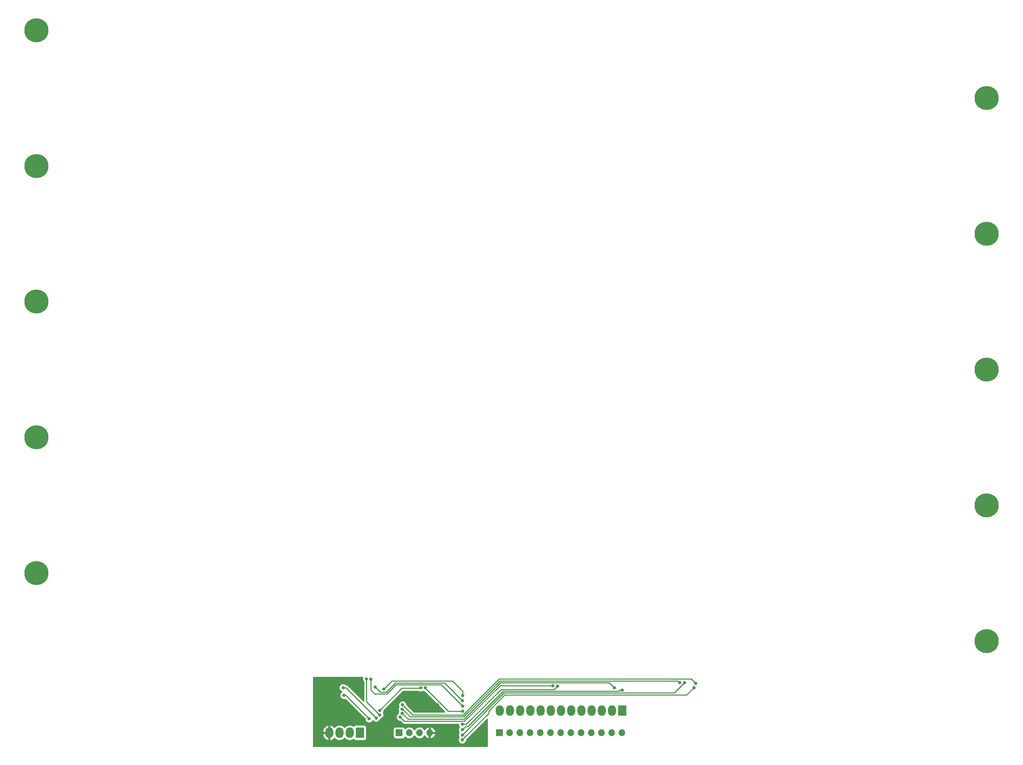
<source format=gbr>
G04 #@! TF.GenerationSoftware,KiCad,Pcbnew,(5.1.0-1152-gc9ccd8a64)*
G04 #@! TF.CreationDate,2019-07-22T10:45:47-04:00*
G04 #@! TF.ProjectId,pack,7061636b-2e6b-4696-9361-645f70636258,rev?*
G04 #@! TF.SameCoordinates,Original*
G04 #@! TF.FileFunction,Copper,L2,Bot*
G04 #@! TF.FilePolarity,Positive*
%FSLAX46Y46*%
G04 Gerber Fmt 4.6, Leading zero omitted, Abs format (unit mm)*
G04 Created by KiCad (PCBNEW (5.1.0-1152-gc9ccd8a64)) date 2019-07-22 10:45:47*
%MOMM*%
%LPD*%
G04 APERTURE LIST*
%ADD10C,6.000000*%
%ADD11R,1.700000X1.700000*%
%ADD12O,1.700000X1.700000*%
%ADD13R,2.000000X2.600000*%
%ADD14O,2.000000X2.600000*%
%ADD15C,0.800000*%
%ADD16C,0.250000*%
%ADD17C,0.254000*%
G04 APERTURE END LIST*
D10*
X241000000Y-59861000D03*
X241000000Y-93635000D03*
X241000000Y-127409000D03*
X241000000Y-161183000D03*
X241000000Y-26097000D03*
X4500000Y-110532000D03*
X4500000Y-76758000D03*
X4500000Y-42984000D03*
X4500000Y-9210000D03*
X4500000Y-144296000D03*
D11*
X94750000Y-184000000D03*
D12*
X97290000Y-184000000D03*
X99830000Y-184000000D03*
X102370000Y-184000000D03*
D13*
X150250000Y-178500000D03*
D14*
X147710000Y-178500000D03*
X145170000Y-178500000D03*
X142630000Y-178500000D03*
X140090000Y-178500000D03*
X137550000Y-178500000D03*
X135010000Y-178500000D03*
X132470000Y-178500000D03*
X129930000Y-178500000D03*
X127390000Y-178500000D03*
X124850000Y-178500000D03*
X122310000Y-178500000D03*
X119770000Y-178500000D03*
D13*
X85000000Y-184000000D03*
D14*
X82460000Y-184000000D03*
X79920000Y-184000000D03*
X77380000Y-184000000D03*
D12*
X150230000Y-184000000D03*
X147690000Y-184000000D03*
X145150000Y-184000000D03*
X142610000Y-184000000D03*
X140070000Y-184000000D03*
X137530000Y-184000000D03*
X134990000Y-184000000D03*
X132450000Y-184000000D03*
X129910000Y-184000000D03*
X127370000Y-184000000D03*
X124830000Y-184000000D03*
X122290000Y-184000000D03*
D11*
X119750000Y-184000000D03*
D15*
X150266400Y-173399179D03*
X87808800Y-184886600D03*
X87859600Y-183870600D03*
X100055338Y-177303590D03*
X90907527Y-173170579D03*
X88830421Y-172665767D03*
X133044556Y-172276610D03*
X134233660Y-172378210D03*
X148336000Y-172821600D03*
X102946200Y-177012600D03*
X104343200Y-177038000D03*
X165785800Y-171577000D03*
X168587135Y-171685935D03*
X168130640Y-172778840D03*
X164583960Y-171568960D03*
X89916000Y-179560472D03*
X89890600Y-178460400D03*
X86664800Y-170611800D03*
X87690211Y-170687768D03*
X100863400Y-176838065D03*
X110566200Y-178663600D03*
X110566200Y-177368200D03*
X110540800Y-176072800D03*
X110566200Y-174802800D03*
X110515400Y-181889400D03*
X110490000Y-183261000D03*
X95631000Y-177088800D03*
X95554800Y-179146200D03*
X95554800Y-178146187D03*
X95046800Y-180111400D03*
X89056279Y-180322334D03*
X87274400Y-180517800D03*
X100135384Y-172803957D03*
X101255100Y-172803957D03*
X81008857Y-174687390D03*
X80825040Y-172787367D03*
X115671600Y-185699400D03*
X115671600Y-186563000D03*
X110490000Y-184556400D03*
X110464600Y-185750200D03*
D16*
X133044556Y-172276610D02*
X126523347Y-172276610D01*
X86664800Y-176309272D02*
X86664800Y-171177485D01*
X86664800Y-171177485D02*
X86664800Y-170611800D01*
X89916000Y-179560472D02*
X86664800Y-176309272D01*
X110889999Y-182861001D02*
X110490000Y-183261000D01*
X111265801Y-182485199D02*
X110889999Y-182861001D01*
X149425716Y-173674178D02*
X120661022Y-173674178D01*
X111850001Y-182485199D02*
X111265801Y-182485199D01*
X149700715Y-173399179D02*
X149425716Y-173674178D01*
X150266400Y-173399179D02*
X149700715Y-173399179D01*
X120661022Y-173674178D02*
X111850001Y-182485199D01*
X111455200Y-181889400D02*
X110515400Y-181889400D01*
X120120433Y-173224167D02*
X111455200Y-181889400D01*
X134233660Y-172378210D02*
X133387703Y-173224167D01*
X133387703Y-173224167D02*
X120120433Y-173224167D01*
X119816168Y-171087211D02*
X110868179Y-180035200D01*
X126523347Y-172276610D02*
X119899590Y-172276610D01*
X119988190Y-171551600D02*
X110894990Y-180644800D01*
X168587135Y-171685935D02*
X167494001Y-170592801D01*
X110681779Y-179585189D02*
X98127389Y-179585189D01*
X167494001Y-170592801D02*
X119674167Y-170592801D01*
X110868179Y-180035200D02*
X97516804Y-180035200D01*
X119674167Y-170592801D02*
X110681779Y-179585189D01*
X96030999Y-177488799D02*
X95631000Y-177088800D01*
X98127389Y-179585189D02*
X96030999Y-177488799D01*
X164102211Y-171087211D02*
X119816168Y-171087211D01*
X164583960Y-171568960D02*
X164102211Y-171087211D01*
X95954799Y-179546199D02*
X95554800Y-179146200D01*
X97053400Y-180644800D02*
X95954799Y-179546199D01*
X110894990Y-180644800D02*
X97053400Y-180644800D01*
X147066000Y-171551600D02*
X119988190Y-171551600D01*
X95627791Y-178146187D02*
X95554800Y-178146187D01*
X148336000Y-172821600D02*
X147066000Y-171551600D01*
X97516804Y-180035200D02*
X95627791Y-178146187D01*
X119899590Y-172276610D02*
X111048800Y-181127400D01*
X111048800Y-181127400D02*
X96062800Y-181127400D01*
X96062800Y-181127400D02*
X95046800Y-180111400D01*
X106998273Y-178663600D02*
X101244063Y-172909390D01*
X87690211Y-173339011D02*
X88696800Y-174345600D01*
X101244063Y-172909390D02*
X101244063Y-172814994D01*
X101244063Y-172814994D02*
X101255100Y-172803957D01*
X87690211Y-170687768D02*
X87690211Y-173339011D01*
X93986044Y-172078956D02*
X105276956Y-172078956D01*
X89890600Y-178460400D02*
X95441610Y-172909390D01*
X110166201Y-176968201D02*
X110566200Y-177368200D01*
X105276956Y-172078956D02*
X110166201Y-176968201D01*
X91719400Y-174345600D02*
X93986044Y-172078956D01*
X110566200Y-178663600D02*
X106998273Y-178663600D01*
X95441610Y-172909390D02*
X100029951Y-172909390D01*
X88696800Y-174345600D02*
X91719400Y-174345600D01*
X100029951Y-172909390D02*
X100135384Y-172803957D01*
X81390725Y-172787367D02*
X80825040Y-172787367D01*
X89056279Y-180322334D02*
X81521312Y-172787367D01*
X81521312Y-172787367D02*
X81390725Y-172787367D01*
X81443990Y-174687390D02*
X81008857Y-174687390D01*
X87274400Y-180517800D02*
X81443990Y-174687390D01*
X110566200Y-173697634D02*
X110566200Y-174237115D01*
X108013766Y-171145200D02*
X110566200Y-173697634D01*
X92932906Y-171145200D02*
X108013766Y-171145200D01*
X90907527Y-173170579D02*
X92932906Y-171145200D01*
X106063211Y-171595211D02*
X110140801Y-175672801D01*
X110140801Y-175672801D02*
X110540800Y-176072800D01*
X93831115Y-171595211D02*
X106063211Y-171595211D01*
X91530737Y-173895589D02*
X93831115Y-171595211D01*
X90060243Y-173895589D02*
X91530737Y-173895589D01*
X110566200Y-174237115D02*
X110566200Y-174802800D01*
X88830421Y-172665767D02*
X90060243Y-173895589D01*
X110864599Y-185350201D02*
X110464600Y-185750200D01*
X110889999Y-184156401D02*
X110490000Y-184556400D01*
X168130640Y-172778840D02*
X166335280Y-174574200D01*
X166335280Y-174574200D02*
X121033820Y-174574200D01*
X121033820Y-174574200D02*
X117068600Y-178539420D01*
X117068600Y-178539420D02*
X117068600Y-179146200D01*
X117068600Y-179146200D02*
X110864599Y-185350201D01*
X165785800Y-171577000D02*
X163238611Y-174124189D01*
X120847421Y-174124189D02*
X116618589Y-178353021D01*
X163238611Y-174124189D02*
X120847421Y-174124189D01*
X116618589Y-178353021D02*
X116618589Y-178427811D01*
X116618589Y-178427811D02*
X110889999Y-184156401D01*
D17*
G36*
X85716149Y-170200913D02*
G01*
X85703461Y-170231543D01*
X85642127Y-170460443D01*
X85637800Y-170493313D01*
X85637800Y-170730287D01*
X85642127Y-170763157D01*
X85703461Y-170992057D01*
X85716149Y-171022687D01*
X85834636Y-171227913D01*
X85854818Y-171254216D01*
X85912801Y-171312199D01*
X85912800Y-176115366D01*
X81983060Y-172185626D01*
X81950913Y-172162271D01*
X81915444Y-172144199D01*
X81883241Y-172120802D01*
X81847836Y-172102762D01*
X81809981Y-172090463D01*
X81774512Y-172072390D01*
X81736722Y-172060111D01*
X81697399Y-172053883D01*
X81659547Y-172041584D01*
X81620301Y-172035368D01*
X81570508Y-172035368D01*
X81570496Y-172035367D01*
X81525438Y-172035367D01*
X81467456Y-171977385D01*
X81441153Y-171957203D01*
X81235927Y-171838716D01*
X81205297Y-171826028D01*
X80976397Y-171764694D01*
X80943527Y-171760367D01*
X80706553Y-171760367D01*
X80673683Y-171764694D01*
X80444783Y-171826028D01*
X80414153Y-171838716D01*
X80208927Y-171957203D01*
X80182624Y-171977385D01*
X80015058Y-172144951D01*
X79994876Y-172171254D01*
X79876389Y-172376480D01*
X79863701Y-172407110D01*
X79802367Y-172636010D01*
X79798040Y-172668880D01*
X79798040Y-172905854D01*
X79802367Y-172938724D01*
X79863701Y-173167624D01*
X79876389Y-173198254D01*
X79994876Y-173403480D01*
X80015058Y-173429783D01*
X80182624Y-173597349D01*
X80208927Y-173617531D01*
X80414153Y-173736018D01*
X80444783Y-173748706D01*
X80537620Y-173773582D01*
X80392744Y-173857226D01*
X80366441Y-173877408D01*
X80198875Y-174044974D01*
X80178693Y-174071277D01*
X80060206Y-174276503D01*
X80047518Y-174307133D01*
X79986184Y-174536033D01*
X79981857Y-174568903D01*
X79981857Y-174805877D01*
X79986184Y-174838747D01*
X80047518Y-175067647D01*
X80060206Y-175098277D01*
X80178693Y-175303503D01*
X80198875Y-175329806D01*
X80366441Y-175497372D01*
X80392744Y-175517554D01*
X80597970Y-175636041D01*
X80628600Y-175648729D01*
X80857500Y-175710063D01*
X80890370Y-175714390D01*
X81127344Y-175714390D01*
X81160214Y-175710063D01*
X81351830Y-175658719D01*
X86247400Y-180554290D01*
X86247400Y-180636287D01*
X86251727Y-180669157D01*
X86313061Y-180898057D01*
X86325749Y-180928687D01*
X86444236Y-181133913D01*
X86464418Y-181160216D01*
X86631984Y-181327782D01*
X86658287Y-181347964D01*
X86863513Y-181466451D01*
X86894143Y-181479139D01*
X87123043Y-181540473D01*
X87155913Y-181544800D01*
X87392887Y-181544800D01*
X87425757Y-181540473D01*
X87654657Y-181479139D01*
X87685287Y-181466451D01*
X87890513Y-181347964D01*
X87916816Y-181327782D01*
X88084382Y-181160216D01*
X88104564Y-181133913D01*
X88221766Y-180930913D01*
X88226115Y-180938447D01*
X88246297Y-180964750D01*
X88413863Y-181132316D01*
X88440166Y-181152498D01*
X88645392Y-181270985D01*
X88676022Y-181283673D01*
X88904922Y-181345007D01*
X88937792Y-181349334D01*
X89174766Y-181349334D01*
X89207636Y-181345007D01*
X89436536Y-181283673D01*
X89467166Y-181270985D01*
X89672392Y-181152498D01*
X89698695Y-181132316D01*
X89866261Y-180964750D01*
X89886443Y-180938447D01*
X90004930Y-180733221D01*
X90017618Y-180702591D01*
X90048975Y-180585565D01*
X90067357Y-180583145D01*
X90296257Y-180521811D01*
X90326887Y-180509123D01*
X90532113Y-180390636D01*
X90558416Y-180370454D01*
X90725982Y-180202888D01*
X90746164Y-180176585D01*
X90864651Y-179971359D01*
X90877339Y-179940729D01*
X90938673Y-179711829D01*
X90943000Y-179678959D01*
X90943000Y-179441985D01*
X90938673Y-179409115D01*
X90877339Y-179180215D01*
X90864651Y-179149585D01*
X90771614Y-178988439D01*
X90839251Y-178871287D01*
X90851939Y-178840657D01*
X90913273Y-178611757D01*
X90917600Y-178578887D01*
X90917600Y-178496889D01*
X95753100Y-173661390D01*
X99566502Y-173661390D01*
X99724497Y-173752608D01*
X99755127Y-173765296D01*
X99984027Y-173826630D01*
X100016897Y-173830957D01*
X100253871Y-173830957D01*
X100286741Y-173826630D01*
X100515641Y-173765296D01*
X100546271Y-173752608D01*
X100695242Y-173666600D01*
X100844213Y-173752608D01*
X100874843Y-173765296D01*
X101095644Y-173824460D01*
X106104372Y-178833189D01*
X98438878Y-178833189D01*
X96658000Y-177052311D01*
X96658000Y-176970313D01*
X96653673Y-176937443D01*
X96592339Y-176708543D01*
X96579651Y-176677913D01*
X96461164Y-176472687D01*
X96440982Y-176446384D01*
X96273416Y-176278818D01*
X96247113Y-176258636D01*
X96041887Y-176140149D01*
X96011257Y-176127461D01*
X95782357Y-176066127D01*
X95749487Y-176061800D01*
X95512513Y-176061800D01*
X95479643Y-176066127D01*
X95250743Y-176127461D01*
X95220113Y-176140149D01*
X95014887Y-176258636D01*
X94988584Y-176278818D01*
X94821018Y-176446384D01*
X94800836Y-176472687D01*
X94682349Y-176677913D01*
X94669661Y-176708543D01*
X94608327Y-176937443D01*
X94604000Y-176970313D01*
X94604000Y-177207287D01*
X94608327Y-177240157D01*
X94669661Y-177469057D01*
X94682349Y-177499687D01*
X94712265Y-177551502D01*
X94606149Y-177735300D01*
X94593461Y-177765930D01*
X94532127Y-177994830D01*
X94527800Y-178027700D01*
X94527800Y-178264674D01*
X94532127Y-178297544D01*
X94593461Y-178526444D01*
X94606149Y-178557074D01*
X94657602Y-178646194D01*
X94606149Y-178735313D01*
X94593461Y-178765943D01*
X94532127Y-178994843D01*
X94527800Y-179027713D01*
X94527800Y-179225168D01*
X94430687Y-179281236D01*
X94404384Y-179301418D01*
X94236818Y-179468984D01*
X94216636Y-179495287D01*
X94098149Y-179700513D01*
X94085461Y-179731143D01*
X94024127Y-179960043D01*
X94019800Y-179992913D01*
X94019800Y-180229887D01*
X94024127Y-180262757D01*
X94085461Y-180491657D01*
X94098149Y-180522287D01*
X94216636Y-180727513D01*
X94236818Y-180753816D01*
X94404384Y-180921382D01*
X94430687Y-180941564D01*
X94635913Y-181060051D01*
X94666543Y-181072739D01*
X94895443Y-181134073D01*
X94928313Y-181138400D01*
X95010312Y-181138400D01*
X95565833Y-181693922D01*
X95601052Y-181729141D01*
X95633198Y-181752496D01*
X95668666Y-181770568D01*
X95700871Y-181793966D01*
X95736275Y-181812005D01*
X95774133Y-181824305D01*
X95809600Y-181842377D01*
X95847390Y-181854655D01*
X95886707Y-181860882D01*
X95924565Y-181873183D01*
X95963810Y-181879399D01*
X96013604Y-181879399D01*
X96013616Y-181879400D01*
X109488400Y-181879400D01*
X109488400Y-182007887D01*
X109492727Y-182040757D01*
X109554061Y-182269657D01*
X109566749Y-182300287D01*
X109685236Y-182505513D01*
X109705418Y-182531816D01*
X109736102Y-182562500D01*
X109680018Y-182618584D01*
X109659836Y-182644887D01*
X109541349Y-182850113D01*
X109528661Y-182880743D01*
X109467327Y-183109643D01*
X109463000Y-183142513D01*
X109463000Y-183379487D01*
X109467327Y-183412357D01*
X109528661Y-183641257D01*
X109541349Y-183671887D01*
X109659836Y-183877113D01*
X109680018Y-183903416D01*
X109685302Y-183908700D01*
X109680018Y-183913984D01*
X109659836Y-183940287D01*
X109541349Y-184145513D01*
X109528661Y-184176143D01*
X109467327Y-184405043D01*
X109463000Y-184437913D01*
X109463000Y-184674887D01*
X109467327Y-184707757D01*
X109528661Y-184936657D01*
X109541349Y-184967287D01*
X109636270Y-185131696D01*
X109634436Y-185134087D01*
X109515949Y-185339313D01*
X109503261Y-185369943D01*
X109441927Y-185598843D01*
X109437600Y-185631713D01*
X109437600Y-185868687D01*
X109441927Y-185901557D01*
X109503261Y-186130457D01*
X109515949Y-186161087D01*
X109634436Y-186366313D01*
X109654618Y-186392616D01*
X109822184Y-186560182D01*
X109848487Y-186580364D01*
X110053713Y-186698851D01*
X110084343Y-186711539D01*
X110313243Y-186772873D01*
X110346113Y-186777200D01*
X110583087Y-186777200D01*
X110615957Y-186772873D01*
X110844857Y-186711539D01*
X110875487Y-186698851D01*
X111080713Y-186580364D01*
X111107016Y-186560182D01*
X111274582Y-186392616D01*
X111294764Y-186366313D01*
X111413251Y-186161087D01*
X111425939Y-186130457D01*
X111487273Y-185901557D01*
X111491600Y-185868687D01*
X111491600Y-185786689D01*
X116641600Y-180636689D01*
X116641600Y-187373000D01*
X73377000Y-187373000D01*
X73377000Y-184254000D01*
X75745000Y-184254000D01*
X75745000Y-184360961D01*
X75745409Y-184371146D01*
X75759966Y-184552069D01*
X75763223Y-184572178D01*
X75821107Y-184807840D01*
X75827537Y-184827169D01*
X75922354Y-185050545D01*
X75931792Y-185068598D01*
X76061104Y-185273941D01*
X76073306Y-185290251D01*
X76233784Y-185472279D01*
X76248437Y-185486430D01*
X76435954Y-185640458D01*
X76452681Y-185652084D01*
X76662411Y-185774150D01*
X76680782Y-185782952D01*
X76907331Y-185869916D01*
X76926873Y-185875667D01*
X77100029Y-185911841D01*
X77171362Y-185906147D01*
X77228293Y-185862792D01*
X77253000Y-185787525D01*
X77253000Y-184254000D01*
X77232839Y-184185339D01*
X77178758Y-184138477D01*
X77126000Y-184127000D01*
X75872000Y-184127000D01*
X75803339Y-184147161D01*
X75756477Y-184201242D01*
X75745000Y-184254000D01*
X73377000Y-184254000D01*
X73377000Y-183661173D01*
X75745000Y-183661173D01*
X75745000Y-183746000D01*
X75765161Y-183814661D01*
X75819242Y-183861523D01*
X75872000Y-183873000D01*
X77126000Y-183873000D01*
X77194661Y-183852839D01*
X77241523Y-183798758D01*
X77253000Y-183746000D01*
X77253000Y-182212475D01*
X77507000Y-182212475D01*
X77507000Y-185788704D01*
X77527161Y-185857365D01*
X77581242Y-185904227D01*
X77648598Y-185914862D01*
X77688455Y-185910250D01*
X77708436Y-185906294D01*
X77941934Y-185840221D01*
X77961028Y-185833120D01*
X78180959Y-185730564D01*
X78198671Y-185720502D01*
X78399376Y-185584103D01*
X78415251Y-185571339D01*
X78591568Y-185404606D01*
X78605199Y-185389467D01*
X78653730Y-185325991D01*
X78799564Y-185486262D01*
X78814785Y-185500457D01*
X79008356Y-185653330D01*
X79025691Y-185664847D01*
X79241631Y-185784052D01*
X79260614Y-185792583D01*
X79493124Y-185874920D01*
X79513247Y-185880237D01*
X79756083Y-185923492D01*
X79776802Y-185925451D01*
X80023440Y-185928465D01*
X80044202Y-185927013D01*
X80288022Y-185889703D01*
X80308268Y-185884879D01*
X80542720Y-185808248D01*
X80561906Y-185800183D01*
X80780694Y-185686289D01*
X80798305Y-185675199D01*
X80995554Y-185527101D01*
X81011118Y-185513283D01*
X81181530Y-185334957D01*
X81191116Y-185323119D01*
X81339564Y-185486262D01*
X81354785Y-185500457D01*
X81548356Y-185653330D01*
X81565691Y-185664847D01*
X81781631Y-185784052D01*
X81800614Y-185792583D01*
X82033124Y-185874920D01*
X82053247Y-185880237D01*
X82296083Y-185923492D01*
X82316802Y-185925451D01*
X82563440Y-185928465D01*
X82584202Y-185927013D01*
X82828022Y-185889703D01*
X82848268Y-185884879D01*
X83082720Y-185808248D01*
X83101906Y-185800183D01*
X83320694Y-185686289D01*
X83338305Y-185675199D01*
X83442835Y-185596716D01*
X83463020Y-185635491D01*
X83576360Y-185770565D01*
X83610148Y-185798916D01*
X83762852Y-185887079D01*
X83804299Y-185902165D01*
X83977947Y-185932784D01*
X84000000Y-185934713D01*
X86000000Y-185934713D01*
X86032870Y-185930386D01*
X86286727Y-185862365D01*
X86335491Y-185836980D01*
X86470565Y-185723640D01*
X86498916Y-185689852D01*
X86587079Y-185537148D01*
X86602165Y-185495701D01*
X86632784Y-185322053D01*
X86634713Y-185300000D01*
X86634713Y-183150000D01*
X93265287Y-183150000D01*
X93265287Y-184850000D01*
X93269614Y-184882870D01*
X93337635Y-185136727D01*
X93363020Y-185185491D01*
X93476360Y-185320565D01*
X93510148Y-185348916D01*
X93662852Y-185437079D01*
X93704299Y-185452165D01*
X93877947Y-185482784D01*
X93900000Y-185484713D01*
X95600000Y-185484713D01*
X95632870Y-185480386D01*
X95886727Y-185412365D01*
X95935491Y-185386980D01*
X96070565Y-185273640D01*
X96098916Y-185239852D01*
X96187079Y-185087148D01*
X96202165Y-185045701D01*
X96208872Y-185007665D01*
X96329120Y-185127913D01*
X96346079Y-185142142D01*
X96539578Y-185277632D01*
X96558750Y-185288701D01*
X96772837Y-185388531D01*
X96793639Y-185396103D01*
X97021810Y-185457241D01*
X97043611Y-185461085D01*
X97219998Y-185476517D01*
X97231067Y-185477000D01*
X97348933Y-185477000D01*
X97360002Y-185476517D01*
X97536389Y-185461085D01*
X97558190Y-185457241D01*
X97786361Y-185396103D01*
X97807163Y-185388531D01*
X98021250Y-185288701D01*
X98040422Y-185277632D01*
X98233921Y-185142142D01*
X98250880Y-185127913D01*
X98417913Y-184960880D01*
X98432142Y-184943921D01*
X98560000Y-184761322D01*
X98687858Y-184943921D01*
X98702087Y-184960880D01*
X98869120Y-185127913D01*
X98886079Y-185142142D01*
X99079578Y-185277632D01*
X99098750Y-185288701D01*
X99312837Y-185388531D01*
X99333639Y-185396103D01*
X99561810Y-185457241D01*
X99583611Y-185461085D01*
X99759998Y-185476517D01*
X99771067Y-185477000D01*
X99888933Y-185477000D01*
X99900002Y-185476517D01*
X100076389Y-185461085D01*
X100098190Y-185457241D01*
X100326361Y-185396103D01*
X100347163Y-185388531D01*
X100561250Y-185288701D01*
X100580422Y-185277632D01*
X100773921Y-185142142D01*
X100790880Y-185127913D01*
X100957913Y-184960880D01*
X100972142Y-184943921D01*
X101097282Y-184765204D01*
X101160209Y-184868905D01*
X101172862Y-184886257D01*
X101323906Y-185060320D01*
X101339302Y-185075292D01*
X101517515Y-185221417D01*
X101535213Y-185233580D01*
X101735498Y-185347589D01*
X101754993Y-185356597D01*
X101971624Y-185435230D01*
X101998269Y-185441750D01*
X102099313Y-185455143D01*
X102170028Y-185444179D01*
X102223589Y-185396724D01*
X102243000Y-185329244D01*
X102243000Y-184254000D01*
X102497000Y-184254000D01*
X102497000Y-185337100D01*
X102517161Y-185405761D01*
X102571242Y-185452623D01*
X102655905Y-185460027D01*
X102854610Y-185408454D01*
X102874866Y-185401321D01*
X103084992Y-185306666D01*
X103103757Y-185296222D01*
X103294930Y-185167517D01*
X103311666Y-185154060D01*
X103478420Y-184994984D01*
X103492650Y-184978901D01*
X103630218Y-184794003D01*
X103641534Y-184775751D01*
X103745982Y-184570317D01*
X103754062Y-184550420D01*
X103822403Y-184330326D01*
X103827014Y-184309353D01*
X103832139Y-184270688D01*
X103821175Y-184199973D01*
X103773720Y-184146411D01*
X103706240Y-184127000D01*
X102624000Y-184127000D01*
X102555339Y-184147161D01*
X102508477Y-184201242D01*
X102497000Y-184254000D01*
X102243000Y-184254000D01*
X102243000Y-182670756D01*
X102497000Y-182670756D01*
X102497000Y-183746000D01*
X102517161Y-183814661D01*
X102571242Y-183861523D01*
X102624000Y-183873000D01*
X103704306Y-183873000D01*
X103772967Y-183852839D01*
X103819829Y-183798758D01*
X103828599Y-183719921D01*
X103799718Y-183582275D01*
X103793547Y-183561705D01*
X103708896Y-183347354D01*
X103699348Y-183328119D01*
X103579791Y-183131095D01*
X103567138Y-183113743D01*
X103416094Y-182939680D01*
X103400698Y-182924708D01*
X103222485Y-182778583D01*
X103204787Y-182766420D01*
X103004502Y-182652411D01*
X102985007Y-182643403D01*
X102768376Y-182564770D01*
X102741731Y-182558250D01*
X102640687Y-182544857D01*
X102569972Y-182555821D01*
X102516411Y-182603276D01*
X102497000Y-182670756D01*
X102243000Y-182670756D01*
X102243000Y-182662900D01*
X102222839Y-182594239D01*
X102168758Y-182547377D01*
X102084095Y-182539973D01*
X101885390Y-182591546D01*
X101865134Y-182598679D01*
X101655008Y-182693334D01*
X101636243Y-182703778D01*
X101445070Y-182832483D01*
X101428334Y-182845940D01*
X101261580Y-183005016D01*
X101247350Y-183021099D01*
X101109782Y-183205997D01*
X101098466Y-183224249D01*
X101094861Y-183231339D01*
X100972142Y-183056079D01*
X100957913Y-183039120D01*
X100790880Y-182872087D01*
X100773921Y-182857858D01*
X100580422Y-182722368D01*
X100561250Y-182711299D01*
X100347163Y-182611469D01*
X100326361Y-182603897D01*
X100098190Y-182542759D01*
X100076389Y-182538915D01*
X99900002Y-182523483D01*
X99888933Y-182523000D01*
X99771067Y-182523000D01*
X99759998Y-182523483D01*
X99583611Y-182538915D01*
X99561810Y-182542759D01*
X99333639Y-182603897D01*
X99312837Y-182611469D01*
X99098750Y-182711299D01*
X99079578Y-182722368D01*
X98886079Y-182857858D01*
X98869120Y-182872087D01*
X98702087Y-183039120D01*
X98687858Y-183056079D01*
X98560000Y-183238678D01*
X98432142Y-183056079D01*
X98417913Y-183039120D01*
X98250880Y-182872087D01*
X98233921Y-182857858D01*
X98040422Y-182722368D01*
X98021250Y-182711299D01*
X97807163Y-182611469D01*
X97786361Y-182603897D01*
X97558190Y-182542759D01*
X97536389Y-182538915D01*
X97360002Y-182523483D01*
X97348933Y-182523000D01*
X97231067Y-182523000D01*
X97219998Y-182523483D01*
X97043611Y-182538915D01*
X97021810Y-182542759D01*
X96793639Y-182603897D01*
X96772837Y-182611469D01*
X96558750Y-182711299D01*
X96539578Y-182722368D01*
X96346079Y-182857858D01*
X96329120Y-182872087D01*
X96199467Y-183001740D01*
X96162365Y-182863274D01*
X96136980Y-182814511D01*
X96023640Y-182679436D01*
X95989852Y-182651084D01*
X95837148Y-182562921D01*
X95795701Y-182547835D01*
X95622053Y-182517216D01*
X95600000Y-182515287D01*
X93900000Y-182515287D01*
X93867130Y-182519614D01*
X93613274Y-182587635D01*
X93564511Y-182613020D01*
X93429436Y-182726360D01*
X93401084Y-182760148D01*
X93312921Y-182912852D01*
X93297835Y-182954299D01*
X93267216Y-183127947D01*
X93265287Y-183150000D01*
X86634713Y-183150000D01*
X86634713Y-182700000D01*
X86630386Y-182667130D01*
X86562365Y-182413274D01*
X86536980Y-182364511D01*
X86423640Y-182229436D01*
X86389852Y-182201084D01*
X86237148Y-182112921D01*
X86195701Y-182097835D01*
X86022053Y-182067216D01*
X86000000Y-182065287D01*
X84000000Y-182065287D01*
X83967130Y-182069614D01*
X83713274Y-182137635D01*
X83664511Y-182163020D01*
X83529436Y-182276360D01*
X83501084Y-182310148D01*
X83446065Y-182405444D01*
X83371644Y-182346670D01*
X83354309Y-182335153D01*
X83138369Y-182215948D01*
X83119386Y-182207417D01*
X82886876Y-182125080D01*
X82866753Y-182119763D01*
X82623917Y-182076508D01*
X82603198Y-182074549D01*
X82356560Y-182071535D01*
X82335798Y-182072987D01*
X82091978Y-182110297D01*
X82071732Y-182115121D01*
X81837280Y-182191752D01*
X81818094Y-182199817D01*
X81599306Y-182313711D01*
X81581695Y-182324801D01*
X81384446Y-182472899D01*
X81368882Y-182486717D01*
X81198470Y-182665043D01*
X81188885Y-182676880D01*
X81040436Y-182513737D01*
X81025215Y-182499543D01*
X80831644Y-182346670D01*
X80814309Y-182335153D01*
X80598369Y-182215948D01*
X80579386Y-182207417D01*
X80346876Y-182125080D01*
X80326753Y-182119763D01*
X80083917Y-182076508D01*
X80063198Y-182074549D01*
X79816560Y-182071535D01*
X79795798Y-182072987D01*
X79551978Y-182110297D01*
X79531732Y-182115121D01*
X79297280Y-182191752D01*
X79278094Y-182199817D01*
X79059306Y-182313711D01*
X79041695Y-182324801D01*
X78844446Y-182472899D01*
X78828882Y-182486717D01*
X78658470Y-182665043D01*
X78653113Y-182671658D01*
X78526216Y-182527721D01*
X78511563Y-182513570D01*
X78324046Y-182359542D01*
X78307319Y-182347916D01*
X78097589Y-182225850D01*
X78079218Y-182217048D01*
X77852669Y-182130084D01*
X77833127Y-182124333D01*
X77659971Y-182088159D01*
X77588638Y-182093853D01*
X77531707Y-182137208D01*
X77507000Y-182212475D01*
X77253000Y-182212475D01*
X77253000Y-182211296D01*
X77232839Y-182142635D01*
X77178758Y-182095773D01*
X77111402Y-182085138D01*
X77071545Y-182089750D01*
X77051564Y-182093706D01*
X76818066Y-182159779D01*
X76798972Y-182166880D01*
X76579041Y-182269436D01*
X76561329Y-182279498D01*
X76360624Y-182415897D01*
X76344749Y-182428661D01*
X76168432Y-182595394D01*
X76154801Y-182610533D01*
X76007412Y-182803311D01*
X75996378Y-182820433D01*
X75881705Y-183034296D01*
X75873549Y-183052963D01*
X75794545Y-183282409D01*
X75788627Y-183307839D01*
X75746001Y-183645256D01*
X75745000Y-183661173D01*
X73377000Y-183661173D01*
X73377000Y-170200871D01*
X85730584Y-170175912D01*
X85716149Y-170200913D01*
X85716149Y-170200913D01*
G37*
X85716149Y-170200913D02*
X85703461Y-170231543D01*
X85642127Y-170460443D01*
X85637800Y-170493313D01*
X85637800Y-170730287D01*
X85642127Y-170763157D01*
X85703461Y-170992057D01*
X85716149Y-171022687D01*
X85834636Y-171227913D01*
X85854818Y-171254216D01*
X85912801Y-171312199D01*
X85912800Y-176115366D01*
X81983060Y-172185626D01*
X81950913Y-172162271D01*
X81915444Y-172144199D01*
X81883241Y-172120802D01*
X81847836Y-172102762D01*
X81809981Y-172090463D01*
X81774512Y-172072390D01*
X81736722Y-172060111D01*
X81697399Y-172053883D01*
X81659547Y-172041584D01*
X81620301Y-172035368D01*
X81570508Y-172035368D01*
X81570496Y-172035367D01*
X81525438Y-172035367D01*
X81467456Y-171977385D01*
X81441153Y-171957203D01*
X81235927Y-171838716D01*
X81205297Y-171826028D01*
X80976397Y-171764694D01*
X80943527Y-171760367D01*
X80706553Y-171760367D01*
X80673683Y-171764694D01*
X80444783Y-171826028D01*
X80414153Y-171838716D01*
X80208927Y-171957203D01*
X80182624Y-171977385D01*
X80015058Y-172144951D01*
X79994876Y-172171254D01*
X79876389Y-172376480D01*
X79863701Y-172407110D01*
X79802367Y-172636010D01*
X79798040Y-172668880D01*
X79798040Y-172905854D01*
X79802367Y-172938724D01*
X79863701Y-173167624D01*
X79876389Y-173198254D01*
X79994876Y-173403480D01*
X80015058Y-173429783D01*
X80182624Y-173597349D01*
X80208927Y-173617531D01*
X80414153Y-173736018D01*
X80444783Y-173748706D01*
X80537620Y-173773582D01*
X80392744Y-173857226D01*
X80366441Y-173877408D01*
X80198875Y-174044974D01*
X80178693Y-174071277D01*
X80060206Y-174276503D01*
X80047518Y-174307133D01*
X79986184Y-174536033D01*
X79981857Y-174568903D01*
X79981857Y-174805877D01*
X79986184Y-174838747D01*
X80047518Y-175067647D01*
X80060206Y-175098277D01*
X80178693Y-175303503D01*
X80198875Y-175329806D01*
X80366441Y-175497372D01*
X80392744Y-175517554D01*
X80597970Y-175636041D01*
X80628600Y-175648729D01*
X80857500Y-175710063D01*
X80890370Y-175714390D01*
X81127344Y-175714390D01*
X81160214Y-175710063D01*
X81351830Y-175658719D01*
X86247400Y-180554290D01*
X86247400Y-180636287D01*
X86251727Y-180669157D01*
X86313061Y-180898057D01*
X86325749Y-180928687D01*
X86444236Y-181133913D01*
X86464418Y-181160216D01*
X86631984Y-181327782D01*
X86658287Y-181347964D01*
X86863513Y-181466451D01*
X86894143Y-181479139D01*
X87123043Y-181540473D01*
X87155913Y-181544800D01*
X87392887Y-181544800D01*
X87425757Y-181540473D01*
X87654657Y-181479139D01*
X87685287Y-181466451D01*
X87890513Y-181347964D01*
X87916816Y-181327782D01*
X88084382Y-181160216D01*
X88104564Y-181133913D01*
X88221766Y-180930913D01*
X88226115Y-180938447D01*
X88246297Y-180964750D01*
X88413863Y-181132316D01*
X88440166Y-181152498D01*
X88645392Y-181270985D01*
X88676022Y-181283673D01*
X88904922Y-181345007D01*
X88937792Y-181349334D01*
X89174766Y-181349334D01*
X89207636Y-181345007D01*
X89436536Y-181283673D01*
X89467166Y-181270985D01*
X89672392Y-181152498D01*
X89698695Y-181132316D01*
X89866261Y-180964750D01*
X89886443Y-180938447D01*
X90004930Y-180733221D01*
X90017618Y-180702591D01*
X90048975Y-180585565D01*
X90067357Y-180583145D01*
X90296257Y-180521811D01*
X90326887Y-180509123D01*
X90532113Y-180390636D01*
X90558416Y-180370454D01*
X90725982Y-180202888D01*
X90746164Y-180176585D01*
X90864651Y-179971359D01*
X90877339Y-179940729D01*
X90938673Y-179711829D01*
X90943000Y-179678959D01*
X90943000Y-179441985D01*
X90938673Y-179409115D01*
X90877339Y-179180215D01*
X90864651Y-179149585D01*
X90771614Y-178988439D01*
X90839251Y-178871287D01*
X90851939Y-178840657D01*
X90913273Y-178611757D01*
X90917600Y-178578887D01*
X90917600Y-178496889D01*
X95753100Y-173661390D01*
X99566502Y-173661390D01*
X99724497Y-173752608D01*
X99755127Y-173765296D01*
X99984027Y-173826630D01*
X100016897Y-173830957D01*
X100253871Y-173830957D01*
X100286741Y-173826630D01*
X100515641Y-173765296D01*
X100546271Y-173752608D01*
X100695242Y-173666600D01*
X100844213Y-173752608D01*
X100874843Y-173765296D01*
X101095644Y-173824460D01*
X106104372Y-178833189D01*
X98438878Y-178833189D01*
X96658000Y-177052311D01*
X96658000Y-176970313D01*
X96653673Y-176937443D01*
X96592339Y-176708543D01*
X96579651Y-176677913D01*
X96461164Y-176472687D01*
X96440982Y-176446384D01*
X96273416Y-176278818D01*
X96247113Y-176258636D01*
X96041887Y-176140149D01*
X96011257Y-176127461D01*
X95782357Y-176066127D01*
X95749487Y-176061800D01*
X95512513Y-176061800D01*
X95479643Y-176066127D01*
X95250743Y-176127461D01*
X95220113Y-176140149D01*
X95014887Y-176258636D01*
X94988584Y-176278818D01*
X94821018Y-176446384D01*
X94800836Y-176472687D01*
X94682349Y-176677913D01*
X94669661Y-176708543D01*
X94608327Y-176937443D01*
X94604000Y-176970313D01*
X94604000Y-177207287D01*
X94608327Y-177240157D01*
X94669661Y-177469057D01*
X94682349Y-177499687D01*
X94712265Y-177551502D01*
X94606149Y-177735300D01*
X94593461Y-177765930D01*
X94532127Y-177994830D01*
X94527800Y-178027700D01*
X94527800Y-178264674D01*
X94532127Y-178297544D01*
X94593461Y-178526444D01*
X94606149Y-178557074D01*
X94657602Y-178646194D01*
X94606149Y-178735313D01*
X94593461Y-178765943D01*
X94532127Y-178994843D01*
X94527800Y-179027713D01*
X94527800Y-179225168D01*
X94430687Y-179281236D01*
X94404384Y-179301418D01*
X94236818Y-179468984D01*
X94216636Y-179495287D01*
X94098149Y-179700513D01*
X94085461Y-179731143D01*
X94024127Y-179960043D01*
X94019800Y-179992913D01*
X94019800Y-180229887D01*
X94024127Y-180262757D01*
X94085461Y-180491657D01*
X94098149Y-180522287D01*
X94216636Y-180727513D01*
X94236818Y-180753816D01*
X94404384Y-180921382D01*
X94430687Y-180941564D01*
X94635913Y-181060051D01*
X94666543Y-181072739D01*
X94895443Y-181134073D01*
X94928313Y-181138400D01*
X95010312Y-181138400D01*
X95565833Y-181693922D01*
X95601052Y-181729141D01*
X95633198Y-181752496D01*
X95668666Y-181770568D01*
X95700871Y-181793966D01*
X95736275Y-181812005D01*
X95774133Y-181824305D01*
X95809600Y-181842377D01*
X95847390Y-181854655D01*
X95886707Y-181860882D01*
X95924565Y-181873183D01*
X95963810Y-181879399D01*
X96013604Y-181879399D01*
X96013616Y-181879400D01*
X109488400Y-181879400D01*
X109488400Y-182007887D01*
X109492727Y-182040757D01*
X109554061Y-182269657D01*
X109566749Y-182300287D01*
X109685236Y-182505513D01*
X109705418Y-182531816D01*
X109736102Y-182562500D01*
X109680018Y-182618584D01*
X109659836Y-182644887D01*
X109541349Y-182850113D01*
X109528661Y-182880743D01*
X109467327Y-183109643D01*
X109463000Y-183142513D01*
X109463000Y-183379487D01*
X109467327Y-183412357D01*
X109528661Y-183641257D01*
X109541349Y-183671887D01*
X109659836Y-183877113D01*
X109680018Y-183903416D01*
X109685302Y-183908700D01*
X109680018Y-183913984D01*
X109659836Y-183940287D01*
X109541349Y-184145513D01*
X109528661Y-184176143D01*
X109467327Y-184405043D01*
X109463000Y-184437913D01*
X109463000Y-184674887D01*
X109467327Y-184707757D01*
X109528661Y-184936657D01*
X109541349Y-184967287D01*
X109636270Y-185131696D01*
X109634436Y-185134087D01*
X109515949Y-185339313D01*
X109503261Y-185369943D01*
X109441927Y-185598843D01*
X109437600Y-185631713D01*
X109437600Y-185868687D01*
X109441927Y-185901557D01*
X109503261Y-186130457D01*
X109515949Y-186161087D01*
X109634436Y-186366313D01*
X109654618Y-186392616D01*
X109822184Y-186560182D01*
X109848487Y-186580364D01*
X110053713Y-186698851D01*
X110084343Y-186711539D01*
X110313243Y-186772873D01*
X110346113Y-186777200D01*
X110583087Y-186777200D01*
X110615957Y-186772873D01*
X110844857Y-186711539D01*
X110875487Y-186698851D01*
X111080713Y-186580364D01*
X111107016Y-186560182D01*
X111274582Y-186392616D01*
X111294764Y-186366313D01*
X111413251Y-186161087D01*
X111425939Y-186130457D01*
X111487273Y-185901557D01*
X111491600Y-185868687D01*
X111491600Y-185786689D01*
X116641600Y-180636689D01*
X116641600Y-187373000D01*
X73377000Y-187373000D01*
X73377000Y-184254000D01*
X75745000Y-184254000D01*
X75745000Y-184360961D01*
X75745409Y-184371146D01*
X75759966Y-184552069D01*
X75763223Y-184572178D01*
X75821107Y-184807840D01*
X75827537Y-184827169D01*
X75922354Y-185050545D01*
X75931792Y-185068598D01*
X76061104Y-185273941D01*
X76073306Y-185290251D01*
X76233784Y-185472279D01*
X76248437Y-185486430D01*
X76435954Y-185640458D01*
X76452681Y-185652084D01*
X76662411Y-185774150D01*
X76680782Y-185782952D01*
X76907331Y-185869916D01*
X76926873Y-185875667D01*
X77100029Y-185911841D01*
X77171362Y-185906147D01*
X77228293Y-185862792D01*
X77253000Y-185787525D01*
X77253000Y-184254000D01*
X77232839Y-184185339D01*
X77178758Y-184138477D01*
X77126000Y-184127000D01*
X75872000Y-184127000D01*
X75803339Y-184147161D01*
X75756477Y-184201242D01*
X75745000Y-184254000D01*
X73377000Y-184254000D01*
X73377000Y-183661173D01*
X75745000Y-183661173D01*
X75745000Y-183746000D01*
X75765161Y-183814661D01*
X75819242Y-183861523D01*
X75872000Y-183873000D01*
X77126000Y-183873000D01*
X77194661Y-183852839D01*
X77241523Y-183798758D01*
X77253000Y-183746000D01*
X77253000Y-182212475D01*
X77507000Y-182212475D01*
X77507000Y-185788704D01*
X77527161Y-185857365D01*
X77581242Y-185904227D01*
X77648598Y-185914862D01*
X77688455Y-185910250D01*
X77708436Y-185906294D01*
X77941934Y-185840221D01*
X77961028Y-185833120D01*
X78180959Y-185730564D01*
X78198671Y-185720502D01*
X78399376Y-185584103D01*
X78415251Y-185571339D01*
X78591568Y-185404606D01*
X78605199Y-185389467D01*
X78653730Y-185325991D01*
X78799564Y-185486262D01*
X78814785Y-185500457D01*
X79008356Y-185653330D01*
X79025691Y-185664847D01*
X79241631Y-185784052D01*
X79260614Y-185792583D01*
X79493124Y-185874920D01*
X79513247Y-185880237D01*
X79756083Y-185923492D01*
X79776802Y-185925451D01*
X80023440Y-185928465D01*
X80044202Y-185927013D01*
X80288022Y-185889703D01*
X80308268Y-185884879D01*
X80542720Y-185808248D01*
X80561906Y-185800183D01*
X80780694Y-185686289D01*
X80798305Y-185675199D01*
X80995554Y-185527101D01*
X81011118Y-185513283D01*
X81181530Y-185334957D01*
X81191116Y-185323119D01*
X81339564Y-185486262D01*
X81354785Y-185500457D01*
X81548356Y-185653330D01*
X81565691Y-185664847D01*
X81781631Y-185784052D01*
X81800614Y-185792583D01*
X82033124Y-185874920D01*
X82053247Y-185880237D01*
X82296083Y-185923492D01*
X82316802Y-185925451D01*
X82563440Y-185928465D01*
X82584202Y-185927013D01*
X82828022Y-185889703D01*
X82848268Y-185884879D01*
X83082720Y-185808248D01*
X83101906Y-185800183D01*
X83320694Y-185686289D01*
X83338305Y-185675199D01*
X83442835Y-185596716D01*
X83463020Y-185635491D01*
X83576360Y-185770565D01*
X83610148Y-185798916D01*
X83762852Y-185887079D01*
X83804299Y-185902165D01*
X83977947Y-185932784D01*
X84000000Y-185934713D01*
X86000000Y-185934713D01*
X86032870Y-185930386D01*
X86286727Y-185862365D01*
X86335491Y-185836980D01*
X86470565Y-185723640D01*
X86498916Y-185689852D01*
X86587079Y-185537148D01*
X86602165Y-185495701D01*
X86632784Y-185322053D01*
X86634713Y-185300000D01*
X86634713Y-183150000D01*
X93265287Y-183150000D01*
X93265287Y-184850000D01*
X93269614Y-184882870D01*
X93337635Y-185136727D01*
X93363020Y-185185491D01*
X93476360Y-185320565D01*
X93510148Y-185348916D01*
X93662852Y-185437079D01*
X93704299Y-185452165D01*
X93877947Y-185482784D01*
X93900000Y-185484713D01*
X95600000Y-185484713D01*
X95632870Y-185480386D01*
X95886727Y-185412365D01*
X95935491Y-185386980D01*
X96070565Y-185273640D01*
X96098916Y-185239852D01*
X96187079Y-185087148D01*
X96202165Y-185045701D01*
X96208872Y-185007665D01*
X96329120Y-185127913D01*
X96346079Y-185142142D01*
X96539578Y-185277632D01*
X96558750Y-185288701D01*
X96772837Y-185388531D01*
X96793639Y-185396103D01*
X97021810Y-185457241D01*
X97043611Y-185461085D01*
X97219998Y-185476517D01*
X97231067Y-185477000D01*
X97348933Y-185477000D01*
X97360002Y-185476517D01*
X97536389Y-185461085D01*
X97558190Y-185457241D01*
X97786361Y-185396103D01*
X97807163Y-185388531D01*
X98021250Y-185288701D01*
X98040422Y-185277632D01*
X98233921Y-185142142D01*
X98250880Y-185127913D01*
X98417913Y-184960880D01*
X98432142Y-184943921D01*
X98560000Y-184761322D01*
X98687858Y-184943921D01*
X98702087Y-184960880D01*
X98869120Y-185127913D01*
X98886079Y-185142142D01*
X99079578Y-185277632D01*
X99098750Y-185288701D01*
X99312837Y-185388531D01*
X99333639Y-185396103D01*
X99561810Y-185457241D01*
X99583611Y-185461085D01*
X99759998Y-185476517D01*
X99771067Y-185477000D01*
X99888933Y-185477000D01*
X99900002Y-185476517D01*
X100076389Y-185461085D01*
X100098190Y-185457241D01*
X100326361Y-185396103D01*
X100347163Y-185388531D01*
X100561250Y-185288701D01*
X100580422Y-185277632D01*
X100773921Y-185142142D01*
X100790880Y-185127913D01*
X100957913Y-184960880D01*
X100972142Y-184943921D01*
X101097282Y-184765204D01*
X101160209Y-184868905D01*
X101172862Y-184886257D01*
X101323906Y-185060320D01*
X101339302Y-185075292D01*
X101517515Y-185221417D01*
X101535213Y-185233580D01*
X101735498Y-185347589D01*
X101754993Y-185356597D01*
X101971624Y-185435230D01*
X101998269Y-185441750D01*
X102099313Y-185455143D01*
X102170028Y-185444179D01*
X102223589Y-185396724D01*
X102243000Y-185329244D01*
X102243000Y-184254000D01*
X102497000Y-184254000D01*
X102497000Y-185337100D01*
X102517161Y-185405761D01*
X102571242Y-185452623D01*
X102655905Y-185460027D01*
X102854610Y-185408454D01*
X102874866Y-185401321D01*
X103084992Y-185306666D01*
X103103757Y-185296222D01*
X103294930Y-185167517D01*
X103311666Y-185154060D01*
X103478420Y-184994984D01*
X103492650Y-184978901D01*
X103630218Y-184794003D01*
X103641534Y-184775751D01*
X103745982Y-184570317D01*
X103754062Y-184550420D01*
X103822403Y-184330326D01*
X103827014Y-184309353D01*
X103832139Y-184270688D01*
X103821175Y-184199973D01*
X103773720Y-184146411D01*
X103706240Y-184127000D01*
X102624000Y-184127000D01*
X102555339Y-184147161D01*
X102508477Y-184201242D01*
X102497000Y-184254000D01*
X102243000Y-184254000D01*
X102243000Y-182670756D01*
X102497000Y-182670756D01*
X102497000Y-183746000D01*
X102517161Y-183814661D01*
X102571242Y-183861523D01*
X102624000Y-183873000D01*
X103704306Y-183873000D01*
X103772967Y-183852839D01*
X103819829Y-183798758D01*
X103828599Y-183719921D01*
X103799718Y-183582275D01*
X103793547Y-183561705D01*
X103708896Y-183347354D01*
X103699348Y-183328119D01*
X103579791Y-183131095D01*
X103567138Y-183113743D01*
X103416094Y-182939680D01*
X103400698Y-182924708D01*
X103222485Y-182778583D01*
X103204787Y-182766420D01*
X103004502Y-182652411D01*
X102985007Y-182643403D01*
X102768376Y-182564770D01*
X102741731Y-182558250D01*
X102640687Y-182544857D01*
X102569972Y-182555821D01*
X102516411Y-182603276D01*
X102497000Y-182670756D01*
X102243000Y-182670756D01*
X102243000Y-182662900D01*
X102222839Y-182594239D01*
X102168758Y-182547377D01*
X102084095Y-182539973D01*
X101885390Y-182591546D01*
X101865134Y-182598679D01*
X101655008Y-182693334D01*
X101636243Y-182703778D01*
X101445070Y-182832483D01*
X101428334Y-182845940D01*
X101261580Y-183005016D01*
X101247350Y-183021099D01*
X101109782Y-183205997D01*
X101098466Y-183224249D01*
X101094861Y-183231339D01*
X100972142Y-183056079D01*
X100957913Y-183039120D01*
X100790880Y-182872087D01*
X100773921Y-182857858D01*
X100580422Y-182722368D01*
X100561250Y-182711299D01*
X100347163Y-182611469D01*
X100326361Y-182603897D01*
X100098190Y-182542759D01*
X100076389Y-182538915D01*
X99900002Y-182523483D01*
X99888933Y-182523000D01*
X99771067Y-182523000D01*
X99759998Y-182523483D01*
X99583611Y-182538915D01*
X99561810Y-182542759D01*
X99333639Y-182603897D01*
X99312837Y-182611469D01*
X99098750Y-182711299D01*
X99079578Y-182722368D01*
X98886079Y-182857858D01*
X98869120Y-182872087D01*
X98702087Y-183039120D01*
X98687858Y-183056079D01*
X98560000Y-183238678D01*
X98432142Y-183056079D01*
X98417913Y-183039120D01*
X98250880Y-182872087D01*
X98233921Y-182857858D01*
X98040422Y-182722368D01*
X98021250Y-182711299D01*
X97807163Y-182611469D01*
X97786361Y-182603897D01*
X97558190Y-182542759D01*
X97536389Y-182538915D01*
X97360002Y-182523483D01*
X97348933Y-182523000D01*
X97231067Y-182523000D01*
X97219998Y-182523483D01*
X97043611Y-182538915D01*
X97021810Y-182542759D01*
X96793639Y-182603897D01*
X96772837Y-182611469D01*
X96558750Y-182711299D01*
X96539578Y-182722368D01*
X96346079Y-182857858D01*
X96329120Y-182872087D01*
X96199467Y-183001740D01*
X96162365Y-182863274D01*
X96136980Y-182814511D01*
X96023640Y-182679436D01*
X95989852Y-182651084D01*
X95837148Y-182562921D01*
X95795701Y-182547835D01*
X95622053Y-182517216D01*
X95600000Y-182515287D01*
X93900000Y-182515287D01*
X93867130Y-182519614D01*
X93613274Y-182587635D01*
X93564511Y-182613020D01*
X93429436Y-182726360D01*
X93401084Y-182760148D01*
X93312921Y-182912852D01*
X93297835Y-182954299D01*
X93267216Y-183127947D01*
X93265287Y-183150000D01*
X86634713Y-183150000D01*
X86634713Y-182700000D01*
X86630386Y-182667130D01*
X86562365Y-182413274D01*
X86536980Y-182364511D01*
X86423640Y-182229436D01*
X86389852Y-182201084D01*
X86237148Y-182112921D01*
X86195701Y-182097835D01*
X86022053Y-182067216D01*
X86000000Y-182065287D01*
X84000000Y-182065287D01*
X83967130Y-182069614D01*
X83713274Y-182137635D01*
X83664511Y-182163020D01*
X83529436Y-182276360D01*
X83501084Y-182310148D01*
X83446065Y-182405444D01*
X83371644Y-182346670D01*
X83354309Y-182335153D01*
X83138369Y-182215948D01*
X83119386Y-182207417D01*
X82886876Y-182125080D01*
X82866753Y-182119763D01*
X82623917Y-182076508D01*
X82603198Y-182074549D01*
X82356560Y-182071535D01*
X82335798Y-182072987D01*
X82091978Y-182110297D01*
X82071732Y-182115121D01*
X81837280Y-182191752D01*
X81818094Y-182199817D01*
X81599306Y-182313711D01*
X81581695Y-182324801D01*
X81384446Y-182472899D01*
X81368882Y-182486717D01*
X81198470Y-182665043D01*
X81188885Y-182676880D01*
X81040436Y-182513737D01*
X81025215Y-182499543D01*
X80831644Y-182346670D01*
X80814309Y-182335153D01*
X80598369Y-182215948D01*
X80579386Y-182207417D01*
X80346876Y-182125080D01*
X80326753Y-182119763D01*
X80083917Y-182076508D01*
X80063198Y-182074549D01*
X79816560Y-182071535D01*
X79795798Y-182072987D01*
X79551978Y-182110297D01*
X79531732Y-182115121D01*
X79297280Y-182191752D01*
X79278094Y-182199817D01*
X79059306Y-182313711D01*
X79041695Y-182324801D01*
X78844446Y-182472899D01*
X78828882Y-182486717D01*
X78658470Y-182665043D01*
X78653113Y-182671658D01*
X78526216Y-182527721D01*
X78511563Y-182513570D01*
X78324046Y-182359542D01*
X78307319Y-182347916D01*
X78097589Y-182225850D01*
X78079218Y-182217048D01*
X77852669Y-182130084D01*
X77833127Y-182124333D01*
X77659971Y-182088159D01*
X77588638Y-182093853D01*
X77531707Y-182137208D01*
X77507000Y-182212475D01*
X77253000Y-182212475D01*
X77253000Y-182211296D01*
X77232839Y-182142635D01*
X77178758Y-182095773D01*
X77111402Y-182085138D01*
X77071545Y-182089750D01*
X77051564Y-182093706D01*
X76818066Y-182159779D01*
X76798972Y-182166880D01*
X76579041Y-182269436D01*
X76561329Y-182279498D01*
X76360624Y-182415897D01*
X76344749Y-182428661D01*
X76168432Y-182595394D01*
X76154801Y-182610533D01*
X76007412Y-182803311D01*
X75996378Y-182820433D01*
X75881705Y-183034296D01*
X75873549Y-183052963D01*
X75794545Y-183282409D01*
X75788627Y-183307839D01*
X75746001Y-183645256D01*
X75745000Y-183661173D01*
X73377000Y-183661173D01*
X73377000Y-170200871D01*
X85730584Y-170175912D01*
X85716149Y-170200913D01*
M02*

</source>
